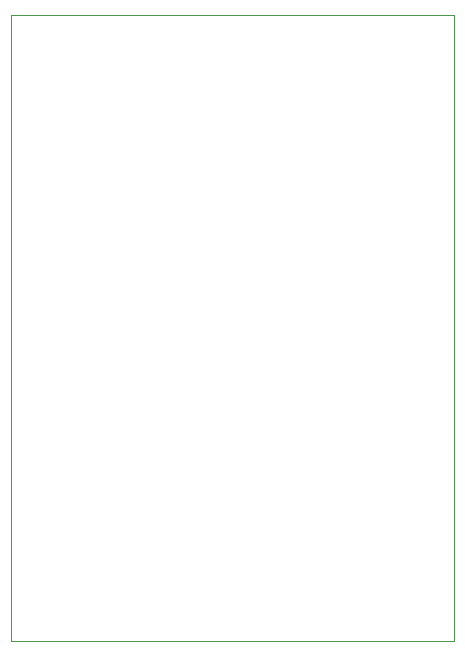
<source format=gko>
G04*
G04 #@! TF.GenerationSoftware,Altium Limited,Altium Designer,19.0.5 (141)*
G04*
G04 Layer_Color=16711935*
%FSLAX25Y25*%
%MOIN*%
G70*
G01*
G75*
%ADD57C,0.00000*%
D57*
X312232Y327114D02*
X459870D01*
X312232Y118453D02*
X312232Y327114D01*
X459870D02*
X459870Y118453D01*
X312232D02*
X459870D01*
M02*

</source>
